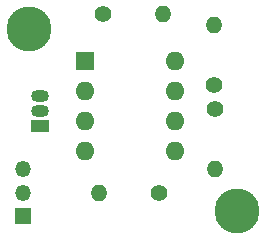
<source format=gbr>
%TF.GenerationSoftware,KiCad,Pcbnew,(7.0.0)*%
%TF.CreationDate,2023-11-14T13:44:42+01:00*%
%TF.ProjectId,LDR,4c44522e-6b69-4636-9164-5f7063625858,rev?*%
%TF.SameCoordinates,Original*%
%TF.FileFunction,Soldermask,Top*%
%TF.FilePolarity,Negative*%
%FSLAX46Y46*%
G04 Gerber Fmt 4.6, Leading zero omitted, Abs format (unit mm)*
G04 Created by KiCad (PCBNEW (7.0.0)) date 2023-11-14 13:44:42*
%MOMM*%
%LPD*%
G01*
G04 APERTURE LIST*
%ADD10C,3.800000*%
%ADD11C,1.400000*%
%ADD12O,1.400000X1.400000*%
%ADD13R,1.500000X1.050000*%
%ADD14O,1.500000X1.050000*%
%ADD15R,1.600000X1.600000*%
%ADD16O,1.600000X1.600000*%
%ADD17R,1.350000X1.350000*%
%ADD18O,1.350000X1.350000*%
G04 APERTURE END LIST*
D10*
%TO.C,H1*%
X203250000Y-54900000D03*
%TD*%
D11*
%TO.C,R1*%
X209510000Y-53600000D03*
D12*
X214589999Y-53599999D03*
%TD*%
D11*
%TO.C,R2*%
X218950000Y-59640000D03*
D12*
X218949999Y-54559999D03*
%TD*%
D11*
%TO.C,R3*%
X214240000Y-68750000D03*
D12*
X209159999Y-68749999D03*
%TD*%
D11*
%TO.C,R4*%
X219000000Y-61710000D03*
D12*
X218999999Y-66789999D03*
%TD*%
D13*
%TO.C,Q1*%
X204209999Y-63119999D03*
D14*
X204209999Y-61849999D03*
X204209999Y-60579999D03*
%TD*%
D10*
%TO.C,H2*%
X220900000Y-70300000D03*
%TD*%
D15*
%TO.C,U1*%
X207999999Y-57649999D03*
D16*
X207999999Y-60189999D03*
X207999999Y-62729999D03*
X207999999Y-65269999D03*
X215619999Y-65269999D03*
X215619999Y-62729999D03*
X215619999Y-60189999D03*
X215619999Y-57649999D03*
%TD*%
D17*
%TO.C,J1*%
X202799999Y-70749999D03*
D18*
X202799999Y-68749999D03*
X202799999Y-66749999D03*
%TD*%
M02*

</source>
